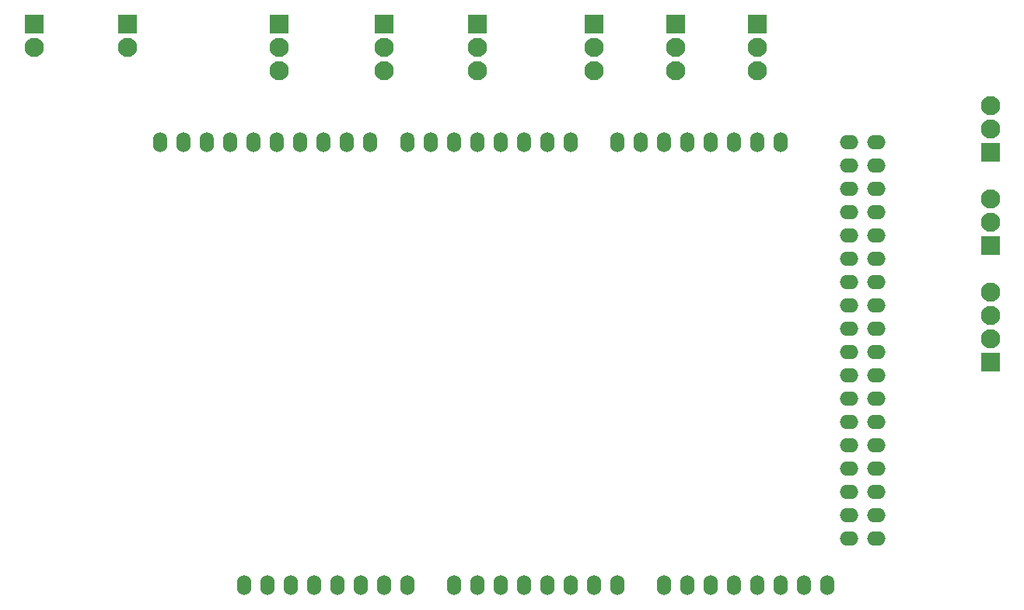
<source format=gtl>
G04 #@! TF.GenerationSoftware,KiCad,Pcbnew,(5.1.6)-1*
G04 #@! TF.CreationDate,2020-08-23T14:34:22+05:30*
G04 #@! TF.ProjectId,PCB board,50434220-626f-4617-9264-2e6b69636164,rev?*
G04 #@! TF.SameCoordinates,Original*
G04 #@! TF.FileFunction,Copper,L1,Top*
G04 #@! TF.FilePolarity,Positive*
%FSLAX46Y46*%
G04 Gerber Fmt 4.6, Leading zero omitted, Abs format (unit mm)*
G04 Created by KiCad (PCBNEW (5.1.6)-1) date 2020-08-23 14:34:22*
%MOMM*%
%LPD*%
G01*
G04 APERTURE LIST*
G04 #@! TA.AperFunction,ComponentPad*
%ADD10R,2.100000X2.100000*%
G04 #@! TD*
G04 #@! TA.AperFunction,ComponentPad*
%ADD11C,2.100000*%
G04 #@! TD*
G04 #@! TA.AperFunction,ComponentPad*
%ADD12O,1.524000X2.197100*%
G04 #@! TD*
G04 #@! TA.AperFunction,ComponentPad*
%ADD13O,1.998980X1.539240*%
G04 #@! TD*
G04 #@! TA.AperFunction,ComponentPad*
%ADD14O,1.998980X1.536700*%
G04 #@! TD*
G04 #@! TA.AperFunction,ComponentPad*
%ADD15O,1.524000X2.199640*%
G04 #@! TD*
G04 APERTURE END LIST*
D10*
X149860000Y-58420000D03*
D11*
X149860000Y-60960000D03*
X149860000Y-63500000D03*
D12*
X115376001Y-71310501D03*
X117916001Y-71310501D03*
X120456001Y-71310501D03*
X122996001Y-71310501D03*
X125536001Y-71310501D03*
X128076001Y-71310501D03*
X130616001Y-71310501D03*
X133156001Y-71310501D03*
X135696001Y-71310501D03*
X138236001Y-71310501D03*
X142300001Y-71310501D03*
X144840001Y-71310501D03*
X147380001Y-71310501D03*
X149920001Y-71310501D03*
X152460001Y-71310501D03*
X155000001Y-71310501D03*
X157540001Y-71310501D03*
X160080001Y-71310501D03*
X165160001Y-71310501D03*
X167700001Y-71310501D03*
X170240001Y-71310501D03*
X172780001Y-71310501D03*
X175320001Y-71310501D03*
X177860001Y-71310501D03*
X180400001Y-71310501D03*
X182940001Y-71310501D03*
D13*
X190311081Y-86550501D03*
X190311081Y-89090501D03*
X190311081Y-91630501D03*
X190311081Y-94170501D03*
X190311081Y-96710501D03*
X190311081Y-99250501D03*
X190311081Y-101790501D03*
X190311081Y-104330501D03*
D14*
X193346381Y-111950501D03*
X193346381Y-114490501D03*
D13*
X190311081Y-71310501D03*
X190311081Y-73850501D03*
X190311081Y-76390501D03*
X190311081Y-78930501D03*
X190311081Y-81470501D03*
X190311081Y-84010501D03*
D14*
X193346381Y-91630501D03*
X193346381Y-94170501D03*
X193346381Y-96710501D03*
X193346381Y-99250501D03*
X193346381Y-101790501D03*
X193346381Y-104330501D03*
X193346381Y-106870501D03*
X193346381Y-109410501D03*
D12*
X185480001Y-119570501D03*
X182940001Y-119570501D03*
X180400001Y-119570501D03*
X177860001Y-119570501D03*
D15*
X175320001Y-119570501D03*
X172780001Y-119570501D03*
X170240001Y-119570501D03*
X165160001Y-119570501D03*
X129600001Y-119570501D03*
X127060001Y-119570501D03*
X124520001Y-119570501D03*
X139760001Y-119570501D03*
X137220001Y-119570501D03*
X134680001Y-119570501D03*
X132140001Y-119570501D03*
X162620001Y-119570501D03*
X160080001Y-119570501D03*
X157540001Y-119570501D03*
X155000001Y-119570501D03*
X152460001Y-119570501D03*
X149920001Y-119570501D03*
X147380001Y-119570501D03*
X142300001Y-119570501D03*
D14*
X193346381Y-71310501D03*
X193346381Y-73850501D03*
X193346381Y-76390501D03*
X193346381Y-78930501D03*
X193346381Y-81470501D03*
X193346381Y-84010501D03*
X193346381Y-86550501D03*
X193346381Y-89090501D03*
D13*
X190311081Y-106870501D03*
X190311081Y-109410501D03*
X190311081Y-111950501D03*
X190311081Y-114490501D03*
D12*
X188020001Y-119570501D03*
D10*
X205740000Y-72390000D03*
D11*
X205740000Y-69850000D03*
X205740000Y-67310000D03*
X205740000Y-77470000D03*
X205740000Y-80010000D03*
D10*
X205740000Y-82550000D03*
D11*
X139700000Y-63500000D03*
X139700000Y-60960000D03*
D10*
X139700000Y-58420000D03*
X101600000Y-58420000D03*
D11*
X101600000Y-60960000D03*
D10*
X205740000Y-95250000D03*
D11*
X205740000Y-92710000D03*
X205740000Y-90170000D03*
X205740000Y-87630000D03*
X128270000Y-63500000D03*
X128270000Y-60960000D03*
D10*
X128270000Y-58420000D03*
X171450000Y-58420000D03*
D11*
X171450000Y-60960000D03*
X171450000Y-63500000D03*
X180340000Y-63500000D03*
X180340000Y-60960000D03*
D10*
X180340000Y-58420000D03*
X162560000Y-58420000D03*
D11*
X162560000Y-60960000D03*
X162560000Y-63500000D03*
D10*
X111760000Y-58420000D03*
D11*
X111760000Y-60960000D03*
M02*

</source>
